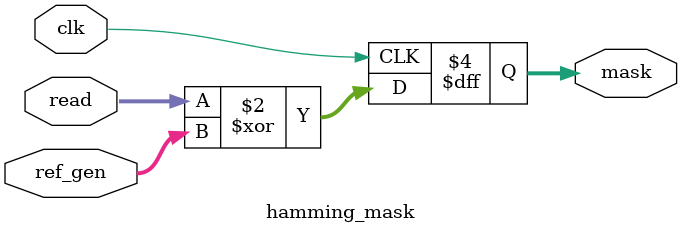
<source format=v>
`timescale 1ns / 1ps
/*
PARAMS:
    m       -> the length of a single read in bits
INPUTS:
    read    -> m bit long encoded signle read from the host PC
    ref_gen -> m bit long encoded piece of refrence genome from the host PC
OUPUTS:
    mask    -> m bit long hamming mask, 1 means mismatch
*/

module hamming_mask#(parameter m = 24)(
    input [m - 1:0]      read,
    input [m - 1:0]      ref_gen,
    input clk,
    output reg [m - 1:0] mask = 0
    );
    
    always @(posedge clk)
        mask <= read ^ ref_gen;
    
endmodule

</source>
